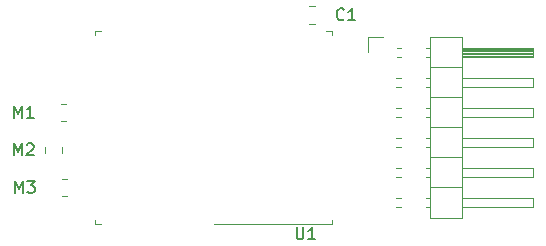
<source format=gbr>
%TF.GenerationSoftware,KiCad,Pcbnew,7.0.10*%
%TF.CreationDate,2024-01-17T19:36:25+01:00*%
%TF.ProjectId,RFM69HW_868,52464d36-3948-4575-9f38-36382e6b6963,rev?*%
%TF.SameCoordinates,Original*%
%TF.FileFunction,Legend,Top*%
%TF.FilePolarity,Positive*%
%FSLAX46Y46*%
G04 Gerber Fmt 4.6, Leading zero omitted, Abs format (unit mm)*
G04 Created by KiCad (PCBNEW 7.0.10) date 2024-01-17 19:36:25*
%MOMM*%
%LPD*%
G01*
G04 APERTURE LIST*
%ADD10C,0.150000*%
%ADD11C,0.120000*%
%ADD12C,0.100000*%
G04 APERTURE END LIST*
D10*
X118657976Y-55064819D02*
X118657976Y-54064819D01*
X118657976Y-54064819D02*
X118991309Y-54779104D01*
X118991309Y-54779104D02*
X119324642Y-54064819D01*
X119324642Y-54064819D02*
X119324642Y-55064819D01*
X119705595Y-54064819D02*
X120324642Y-54064819D01*
X120324642Y-54064819D02*
X119991309Y-54445771D01*
X119991309Y-54445771D02*
X120134166Y-54445771D01*
X120134166Y-54445771D02*
X120229404Y-54493390D01*
X120229404Y-54493390D02*
X120277023Y-54541009D01*
X120277023Y-54541009D02*
X120324642Y-54636247D01*
X120324642Y-54636247D02*
X120324642Y-54874342D01*
X120324642Y-54874342D02*
X120277023Y-54969580D01*
X120277023Y-54969580D02*
X120229404Y-55017200D01*
X120229404Y-55017200D02*
X120134166Y-55064819D01*
X120134166Y-55064819D02*
X119848452Y-55064819D01*
X119848452Y-55064819D02*
X119753214Y-55017200D01*
X119753214Y-55017200D02*
X119705595Y-54969580D01*
X146518333Y-40364580D02*
X146470714Y-40412200D01*
X146470714Y-40412200D02*
X146327857Y-40459819D01*
X146327857Y-40459819D02*
X146232619Y-40459819D01*
X146232619Y-40459819D02*
X146089762Y-40412200D01*
X146089762Y-40412200D02*
X145994524Y-40316961D01*
X145994524Y-40316961D02*
X145946905Y-40221723D01*
X145946905Y-40221723D02*
X145899286Y-40031247D01*
X145899286Y-40031247D02*
X145899286Y-39888390D01*
X145899286Y-39888390D02*
X145946905Y-39697914D01*
X145946905Y-39697914D02*
X145994524Y-39602676D01*
X145994524Y-39602676D02*
X146089762Y-39507438D01*
X146089762Y-39507438D02*
X146232619Y-39459819D01*
X146232619Y-39459819D02*
X146327857Y-39459819D01*
X146327857Y-39459819D02*
X146470714Y-39507438D01*
X146470714Y-39507438D02*
X146518333Y-39555057D01*
X147470714Y-40459819D02*
X146899286Y-40459819D01*
X147185000Y-40459819D02*
X147185000Y-39459819D01*
X147185000Y-39459819D02*
X147089762Y-39602676D01*
X147089762Y-39602676D02*
X146994524Y-39697914D01*
X146994524Y-39697914D02*
X146899286Y-39745533D01*
X118570476Y-48714819D02*
X118570476Y-47714819D01*
X118570476Y-47714819D02*
X118903809Y-48429104D01*
X118903809Y-48429104D02*
X119237142Y-47714819D01*
X119237142Y-47714819D02*
X119237142Y-48714819D01*
X120237142Y-48714819D02*
X119665714Y-48714819D01*
X119951428Y-48714819D02*
X119951428Y-47714819D01*
X119951428Y-47714819D02*
X119856190Y-47857676D01*
X119856190Y-47857676D02*
X119760952Y-47952914D01*
X119760952Y-47952914D02*
X119665714Y-48000533D01*
X118570476Y-51889819D02*
X118570476Y-50889819D01*
X118570476Y-50889819D02*
X118903809Y-51604104D01*
X118903809Y-51604104D02*
X119237142Y-50889819D01*
X119237142Y-50889819D02*
X119237142Y-51889819D01*
X119665714Y-50985057D02*
X119713333Y-50937438D01*
X119713333Y-50937438D02*
X119808571Y-50889819D01*
X119808571Y-50889819D02*
X120046666Y-50889819D01*
X120046666Y-50889819D02*
X120141904Y-50937438D01*
X120141904Y-50937438D02*
X120189523Y-50985057D01*
X120189523Y-50985057D02*
X120237142Y-51080295D01*
X120237142Y-51080295D02*
X120237142Y-51175533D01*
X120237142Y-51175533D02*
X120189523Y-51318390D01*
X120189523Y-51318390D02*
X119618095Y-51889819D01*
X119618095Y-51889819D02*
X120237142Y-51889819D01*
X142503095Y-57999819D02*
X142503095Y-58809342D01*
X142503095Y-58809342D02*
X142550714Y-58904580D01*
X142550714Y-58904580D02*
X142598333Y-58952200D01*
X142598333Y-58952200D02*
X142693571Y-58999819D01*
X142693571Y-58999819D02*
X142884047Y-58999819D01*
X142884047Y-58999819D02*
X142979285Y-58952200D01*
X142979285Y-58952200D02*
X143026904Y-58904580D01*
X143026904Y-58904580D02*
X143074523Y-58809342D01*
X143074523Y-58809342D02*
X143074523Y-57999819D01*
X144074523Y-58999819D02*
X143503095Y-58999819D01*
X143788809Y-58999819D02*
X143788809Y-57999819D01*
X143788809Y-57999819D02*
X143693571Y-58142676D01*
X143693571Y-58142676D02*
X143598333Y-58237914D01*
X143598333Y-58237914D02*
X143503095Y-58285533D01*
D11*
%TO.C,J1*%
X148590000Y-41910000D02*
X149860000Y-41910000D01*
X148590000Y-43180000D02*
X148590000Y-41910000D01*
X150902929Y-45340000D02*
X151357071Y-45340000D01*
X150902929Y-46100000D02*
X151357071Y-46100000D01*
X150902929Y-47880000D02*
X151357071Y-47880000D01*
X150902929Y-48640000D02*
X151357071Y-48640000D01*
X150902929Y-50420000D02*
X151357071Y-50420000D01*
X150902929Y-51180000D02*
X151357071Y-51180000D01*
X150902929Y-52960000D02*
X151357071Y-52960000D01*
X150902929Y-53720000D02*
X151357071Y-53720000D01*
X150902929Y-55500000D02*
X151357071Y-55500000D01*
X150902929Y-56260000D02*
X151357071Y-56260000D01*
X150970000Y-42800000D02*
X151357071Y-42800000D01*
X150970000Y-43560000D02*
X151357071Y-43560000D01*
X153442929Y-42800000D02*
X153840000Y-42800000D01*
X153442929Y-43560000D02*
X153840000Y-43560000D01*
X153442929Y-45340000D02*
X153840000Y-45340000D01*
X153442929Y-46100000D02*
X153840000Y-46100000D01*
X153442929Y-47880000D02*
X153840000Y-47880000D01*
X153442929Y-48640000D02*
X153840000Y-48640000D01*
X153442929Y-50420000D02*
X153840000Y-50420000D01*
X153442929Y-51180000D02*
X153840000Y-51180000D01*
X153442929Y-52960000D02*
X153840000Y-52960000D01*
X153442929Y-53720000D02*
X153840000Y-53720000D01*
X153442929Y-55500000D02*
X153840000Y-55500000D01*
X153442929Y-56260000D02*
X153840000Y-56260000D01*
X153840000Y-41850000D02*
X153840000Y-57210000D01*
X153840000Y-44450000D02*
X156500000Y-44450000D01*
X153840000Y-46990000D02*
X156500000Y-46990000D01*
X153840000Y-49530000D02*
X156500000Y-49530000D01*
X153840000Y-52070000D02*
X156500000Y-52070000D01*
X153840000Y-54610000D02*
X156500000Y-54610000D01*
X153840000Y-57210000D02*
X156500000Y-57210000D01*
X156500000Y-41850000D02*
X153840000Y-41850000D01*
X156500000Y-42800000D02*
X162500000Y-42800000D01*
X156500000Y-42860000D02*
X162500000Y-42860000D01*
X156500000Y-42980000D02*
X162500000Y-42980000D01*
X156500000Y-43100000D02*
X162500000Y-43100000D01*
X156500000Y-43220000D02*
X162500000Y-43220000D01*
X156500000Y-43340000D02*
X162500000Y-43340000D01*
X156500000Y-43460000D02*
X162500000Y-43460000D01*
X156500000Y-45340000D02*
X162500000Y-45340000D01*
X156500000Y-47880000D02*
X162500000Y-47880000D01*
X156500000Y-50420000D02*
X162500000Y-50420000D01*
X156500000Y-52960000D02*
X162500000Y-52960000D01*
X156500000Y-55500000D02*
X162500000Y-55500000D01*
X156500000Y-57210000D02*
X156500000Y-41850000D01*
X162500000Y-42800000D02*
X162500000Y-43560000D01*
X162500000Y-43560000D02*
X156500000Y-43560000D01*
X162500000Y-45340000D02*
X162500000Y-46100000D01*
X162500000Y-46100000D02*
X156500000Y-46100000D01*
X162500000Y-47880000D02*
X162500000Y-48640000D01*
X162500000Y-48640000D02*
X156500000Y-48640000D01*
X162500000Y-50420000D02*
X162500000Y-51180000D01*
X162500000Y-51180000D02*
X156500000Y-51180000D01*
X162500000Y-52960000D02*
X162500000Y-53720000D01*
X162500000Y-53720000D02*
X156500000Y-53720000D01*
X162500000Y-55500000D02*
X162500000Y-56260000D01*
X162500000Y-56260000D02*
X156500000Y-56260000D01*
%TO.C,M3*%
X122605436Y-53875000D02*
X123059564Y-53875000D01*
X122605436Y-55345000D02*
X123059564Y-55345000D01*
%TO.C,C1*%
X144091252Y-40740000D02*
X143568748Y-40740000D01*
X144091252Y-39270000D02*
X143568748Y-39270000D01*
%TO.C,M1*%
X122517936Y-47525000D02*
X122972064Y-47525000D01*
X122517936Y-48995000D02*
X122972064Y-48995000D01*
%TO.C,M2*%
X122655000Y-51207936D02*
X122655000Y-51662064D01*
X121185000Y-51207936D02*
X121185000Y-51662064D01*
D12*
%TO.C,U1*%
X145515000Y-57745000D02*
X145515000Y-57345000D01*
X145515000Y-57745000D02*
X135515000Y-57745000D01*
X145515000Y-41745000D02*
X145515000Y-41345000D01*
X145515000Y-41345000D02*
X145015000Y-41345000D01*
X125915000Y-57745000D02*
X125415000Y-57745000D01*
X125915000Y-41345000D02*
X125415000Y-41345000D01*
X125415000Y-57745000D02*
X125415000Y-57345000D01*
X125415000Y-41745000D02*
X125415000Y-41345000D01*
%TD*%
M02*

</source>
